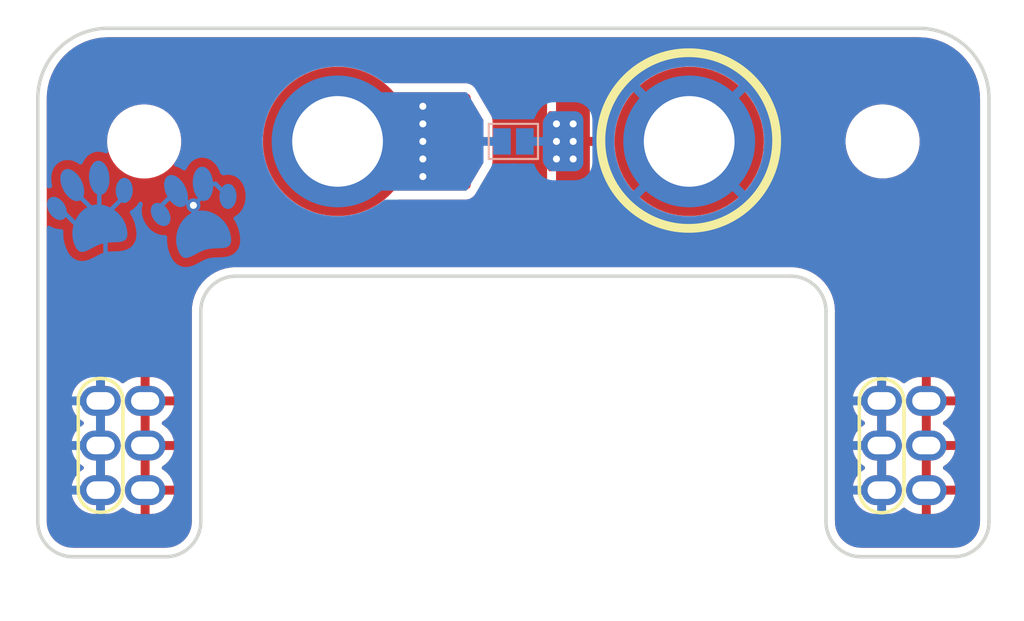
<source format=kicad_pcb>
(kicad_pcb (version 20211014) (generator pcbnew)
  (title_block (comment 4 "AISLER Project ID: ZMTQOZLB"))
  (layers (0 "F.Cu" signal) (31 "B.Cu" signal) (34 "B.Paste" user) (35 "F.Paste" user) (36 "B.SilkS" user "B.Silkscreen") (37 "F.SilkS" user "F.Silkscreen") (38 "B.Mask" user) (39 "F.Mask" user) (44 "Edge.Cuts" user))
  (net 0 "")
  (net 1 "VCC")
  (net 2 "GND")
  (net 3 "Net-(F1-Pad2)")
  (footprint "LOGO" (layer "F.Cu") (at 180.9 108.3)
    (fp_text reference "G***" hide)
    (fp_text value "LOGO" hide)
  )
  (footprint "LOGO" (layer "F.Cu") (at 174.4 102.8)
    (fp_text reference "G***" hide)
    (fp_text value "LOGO" hide)
  )
  (footprint "MountingHole:MountingHole_3.2mm_M3_DIN965" (layer "F.Cu") (at 137.2 100.8)
    (fp_text reference "H4" hide)
    (fp_text value "M3")
    (pad "" np_thru_hole circle locked (at 0 0) (size 3.2 3.2) (drill 3.2) (layers *.Cu *.Mask))
  )
  (footprint "SamacSys_Parts:MountingHole_5.3mm_M5_DIN965_Pad_TopBottom" (layer "F.Cu") (at 168.2 100.8)
    (fp_text reference "H2" hide)
    (fp_text value locked "575-4")
    (pad "1" connect circle locked (at 0 0) (size 8.5 8.5) (layers "F.Cu" "F.Mask") (net 2 "GND"))
    (pad "1" thru_hole circle locked (at 0 0) (size 5.7 5.7) (drill 5.16) (layers *.Cu *.Mask) (net 2 "GND"))
    (pad "1" connect circle locked (at 0 0) (size 7.5 7.5) (layers "B.Cu" "B.Mask") (net 2 "GND"))
  )
  (footprint "SamacSys_Parts:C_0603_1608Metric" (layer "F.Cu") (at 136.005 112.82)
    (fp_text reference "C2" hide)
    (fp_text value "100n")
    (pad "1" smd roundrect (at -0.775 0) (size 0.9 0.95) (layers "F.Cu" "F.Paste" "F.Mask") (net 2 "GND"))
    (pad "2" smd roundrect (at 0.775 0) (size 0.9 0.95) (layers "F.Cu" "F.Paste" "F.Mask") (net 1 "VCC"))
  )
  (footprint "SamacSys_Parts:MountingHole_5.3mm_M5_DIN965_Pad_TopBottom" (layer "F.Cu") (at 148.2 100.8)
    (fp_text reference "H1" hide)
    (fp_text value locked "575-4")
    (pad "1" thru_hole circle locked (at 0 0) (size 5.7 5.7) (drill 5.16) (layers *.Cu *.Mask) (net 3 "Net-(F1-Pad2)"))
    (pad "1" connect circle locked (at 0 0) (size 7.5 7.5) (layers "B.Cu" "B.Mask") (net 3 "Net-(F1-Pad2)"))
    (pad "1" connect circle locked (at 0 0) (size 8.5 8.5) (layers "F.Cu" "F.Mask") (net 3 "Net-(F1-Pad2)"))
  )
  (footprint "SamacSys_Parts:C_0603_1608Metric" (layer "F.Cu") (at 136.005 111.32)
    (fp_text reference "C4" hide)
    (fp_text value "1.5n")
    (pad "1" smd roundrect (at -0.775 0) (size 0.9 0.95) (layers "F.Cu" "F.Paste" "F.Mask") (net 2 "GND"))
    (pad "2" smd roundrect (at 0.775 0) (size 0.9 0.95) (layers "F.Cu" "F.Paste" "F.Mask") (net 1 "VCC"))
  )
  (footprint "MountingHole:MountingHole_3.2mm_M3_DIN965" (layer "F.Cu") (at 179.2 100.8)
    (fp_text reference "H3" hide)
    (fp_text value "M3")
    (pad "" np_thru_hole circle locked (at 0 0) (size 3.2 3.2) (drill 3.2) (layers *.Cu *.Mask))
  )
  (footprint "Fuse:Fuse_2920_7451Metric" (layer "F.Cu") (at 158.2 100.8 180)
    (fp_text reference "F1" hide)
    (fp_text value "1.1A Polyfuse")
    (pad "1" smd roundrect locked (at -3.3875 0 180) (size 1.925 5.45) (layers "F.Cu" "F.Paste" "F.Mask") (roundrect_rratio 0.1298701299) (net 1 "VCC"))
    (pad "2" smd roundrect locked (at 3.3875 0 180) (size 1.925 5.45) (layers "F.Cu" "F.Paste" "F.Mask") (roundrect_rratio 0.1298701299) (net 3 "Net-(F1-Pad2)"))
  )
  (footprint "SamacSys_Parts:C_0603_1608Metric" (layer "F.Cu") (at 180.435 112.82 180)
    (fp_text reference "C1" hide)
    (fp_text value "100n")
    (pad "1" smd roundrect (at -0.775 0 180) (size 0.9 0.95) (layers "F.Cu" "F.Paste" "F.Mask") (net 1 "VCC"))
    (pad "2" smd roundrect (at 0.775 0 180) (size 0.9 0.95) (layers "F.Cu" "F.Paste" "F.Mask") (net 2 "GND"))
  )
  (footprint "SamacSys_Parts:C_0603_1608Metric" (layer "F.Cu") (at 180.435 111.32)
    (fp_text reference "C3" hide)
    (fp_text value "1.5n")
    (pad "1" smd roundrect (at -0.775 0) (size 0.9 0.95) (layers "F.Cu" "F.Paste" "F.Mask") (net 2 "GND"))
    (pad "2" smd roundrect (at 0.775 0) (size 0.9 0.95) (layers "F.Cu" "F.Paste" "F.Mask") (net 1 "VCC"))
  )
  (footprint "Connector_PinHeader_2.54mm:PinHeader_2x03_P2.54mm_Vertical" (layer "B.Cu") (at 181.685 115.57 180)
    (fp_text reference "J1" hide)
    (fp_text value "2.54 mm")
    (pad "1" thru_hole oval (at 0 0 180) (size 2.3 1.7) (drill oval 1.6 1) (layers *.Cu *.Mask) (net 1 "VCC"))
    (pad "2" thru_hole oval (at 2.54 0 180) (size 2.3 1.7) (drill oval 1.6 1) (layers *.Cu *.Mask) (net 2 "GND"))
    (pad "3" thru_hole oval (at 0 -2.54 180) (size 2.3 1.7) (drill oval 1.6 1) (layers *.Cu *.Mask) (net 1 "VCC"))
    (pad "4" thru_hole oval (at 2.54 -2.54 180) (size 2.3 1.7) (drill oval 1.6 1) (layers *.Cu *.Mask) (net 2 "GND"))
    (pad "5" thru_hole oval (at 0 -5.08 180) (size 2.3 1.7) (drill oval 1.6 1) (layers *.Cu *.Mask) (net 1 "VCC"))
    (pad "6" thru_hole oval (at 2.54 -5.08 180) (size 2.3 1.7) (drill oval 1.6 1) (layers *.Cu *.Mask) (net 2 "GND"))
  )
  (footprint "LOGO" (layer "B.Cu") (at 180.631726 95.975537 180)
    (fp_text reference "G***" hide)
    (fp_text value "LOGO" hide)
  )
  (footprint "KiCAD Library:pawpad_holeless" (layer "B.Cu") (at 140.1016 104.541347 -165)
    (fp_text reference "REF**" hide)
    (fp_text value "pawpad_holeless" hide)
    (pad "1" smd custom (at -1.962 0.1074 195) (size 0.1 0.1) (layers "B.Cu" "B.Mask") (net 1 "VCC") (options (clearance outline) (anchor circle)) (primitives (gr_poly (pts (xy -0.07829 0.6503) (xy -0.05599 0.6475) (xy -0.03367 0.6431) (xy -0.01138 0.6372) (xy 0.01085 0.6298) (xy 0.03297 0.621) (xy 0.05495 0.6107) (xy 0.07674 0.5991) (xy 0.09832 0.586) (xy 0.1196 0.5717) (xy 0.1407 0.556) (xy 0.1614 0.5391) (xy 0.1817 0.5209) (xy 0.2016 0.5016) (xy 0.2211 0.481) (xy 0.2401 0.4594) (xy 0.2586 0.4366) (xy 0.2765 0.4127) (xy 0.2938 0.3879) (xy 0.3105 0.362) (xy 0.3265 0.3351) (xy 0.3418 0.3073) (xy 0.3563 0.2786) (xy 0.3701 0.249) (xy 0.383 0.2186) (xy 0.3951 0.1873) (xy 0.4062 0.1553) (xy 0.4165 0.1225) (xy 0.4336 0.05648) (xy 0.446 -0.008886) (xy 0.4537 -0.0732) (xy 0.457 -0.1361) (xy 0.456 -0.1972) (xy 0.4506 -0.256) (xy 0.4411 -0.3123) (xy 0.4276 -0.3657) (xy 0.4102 -0.4157) (xy 0.389 -0.4619) (xy 0.3641 -0.5041) (xy 0.3503 -0.5235) (xy 0.3357 -0.5418) (xy 0.3201 -0.5588) (xy 0.3037 -0.5745) (xy 0.2865 -0.589) (xy 0.2685 -0.602) (xy 0.2496 -0.6137) (xy 0.23 -0.6239) (xy 0.2096 -0.6326) (xy 0.1884 -0.6398) (xy 0.1667 -0.6452) (xy 0.1448 -0.649) (xy 0.1228 -0.6511) (xy 0.1006 -0.6515) (xy 0.07832 -0.6503) (xy 0.05601 -0.6475) (xy 0.03369 -0.6431) (xy 0.0114 -0.6372) (xy -0.01082 -0.6298) (xy -0.03294 -0.621) (xy -0.05492 -0.6107) (xy -0.07672 -0.5991) (xy -0.0983 -0.586) (xy -0.1196 -0.5717) (xy -0.1407 -0.556) (xy -0.1613 -0.5391) (xy -0.1817 -0.5209) (xy -0.2016 -0.5016) (xy -0.2211 -0.481) (xy -0.2401 -0.4594) (xy -0.2585 -0.4366) (xy -0.2764 -0.4127) (xy -0.2938 -0.3879) (xy -0.3104 -0.362) (xy -0.3264 -0.3351) (xy -0.3417 -0.3073) (xy -0.3563 -0.2786) (xy -0.37 -0.249) (xy -0.383 -0.2186) (xy -0.395 -0.1873) (xy -0.4062 -0.1553) (xy -0.4164 -0.1225) (xy -0.4335 -0.05648) (xy -0.4459 0.008885) (xy -0.4537 0.0732) (xy -0.457 0.1361) (xy -0.456 0.1972) (xy -0.4507 0.256) (xy -0.4412 0.3123) (xy -0.4277 0.3657) (xy -0.4103 0.4157) (xy -0.3891 0.4619) (xy -0.3642 0.5041) (xy -0.3504 0.5235) (xy -0.3357 0.5418) (xy -0.3202 0.5588) (xy -0.3038 0.5745) (xy -0.2866 0.589) (xy -0.2685 0.602) (xy -0.2497 0.6137) (xy -0.23 0.6239) (xy -0.2096 0.6326) (xy -0.1884 0.6398) (xy -0.1667 0.6452) (xy -0.1448 0.649) (xy -0.1227 0.6511) (xy -0.1006 0.6515)) (width 0.1) (fill yes))))
    (pad "2" smd custom (at -0.7718 1.166 195) (size 0.1 0.1) (layers "B.Cu" "B.Mask") (net 1 "VCC") (options (clearance outline) (anchor circle)) (primitives (gr_poly (pts (xy -0.09405 0.9141) (xy -0.06691 0.911) (xy -0.03981 0.9057) (xy -0.01278 0.8982) (xy 0.01412 0.8886) (xy 0.04086 0.8768) (xy 0.0674 0.8631) (xy 0.09368 0.8473) (xy 0.1197 0.8296) (xy 0.1453 0.81) (xy 0.1706 0.7885) (xy 0.1954 0.7653) (xy 0.2198 0.7404) (xy 0.2436 0.7137) (xy 0.2669 0.6855) (xy 0.2896 0.6556) (xy 0.3116 0.6242) (xy 0.333 0.5913) (xy 0.3536 0.557) (xy 0.3735 0.5214) (xy 0.3925 0.4844) (xy 0.4106 0.4461) (xy 0.4279 0.4066) (xy 0.4442 0.3659) (xy 0.4595 0.3241) (xy 0.4738 0.2812) (xy 0.4869 0.2373) (xy 0.499 0.1924) (xy 0.5099 0.1467) (xy 0.5196 0.09999) (xy 0.5348 0.006507) (xy 0.5443 -0.08529) (xy 0.5483 -0.1749) (xy 0.547 -0.2618) (xy 0.5404 -0.3455) (xy 0.5288 -0.4255) (xy 0.5124 -0.5012) (xy 0.4913 -0.5723) (xy 0.4657 -0.6381) (xy 0.4358 -0.6981) (xy 0.4017 -0.7519) (xy 0.3636 -0.799) (xy 0.3432 -0.8198) (xy 0.3218 -0.8387) (xy 0.2995 -0.8557) (xy 0.2763 -0.8707) (xy 0.2522 -0.8837) (xy 0.2273 -0.8945) (xy 0.2016 -0.9031) (xy 0.1751 -0.9094) (xy 0.1481 -0.9133) (xy 0.1211 -0.9149) (xy 0.09397 -0.9141) (xy 0.06686 -0.911) (xy 0.03977 -0.9057) (xy 0.01276 -0.8982) (xy -0.01413 -0.8885) (xy -0.04085 -0.8768) (xy -0.06737 -0.863) (xy -0.09364 -0.8472) (xy -0.1196 -0.8295) (xy -0.1452 -0.8099) (xy -0.1705 -0.7885) (xy -0.1953 -0.7653) (xy -0.2197 -0.7403) (xy -0.2435 -0.7137) (xy -0.2668 -0.6854) (xy -0.2895 -0.6556) (xy -0.3115 -0.6242) (xy -0.3329 -0.5913) (xy -0.3535 -0.557) (xy -0.3733 -0.5214) (xy -0.3924 -0.4844) (xy -0.4105 -0.4461) (xy -0.4278 -0.4066) (xy -0.4441 -0.3659) (xy -0.4594 -0.3241) (xy -0.4736 -0.2812) (xy -0.4868 -0.2374) (xy -0.4989 -0.1925) (xy -0.5098 -0.1467) (xy -0.5194 -0.1) (xy -0.5347 -0.006548) (xy -0.5443 0.08525) (xy -0.5483 0.1749) (xy -0.547 0.2618) (xy -0.5405 0.3455) (xy -0.5289 0.4254) (xy -0.5125 0.5012) (xy -0.4914 0.5722) (xy -0.4658 0.638) (xy -0.4359 0.6981) (xy -0.4018 0.7519) (xy -0.3638 0.7989) (xy -0.3433 0.8198) (xy -0.3219 0.8387) (xy -0.2996 0.8557) (xy -0.2764 0.8707) (xy -0.2524 0.8836) (xy -0.2275 0.8944) (xy -0.2017 0.903) (xy -0.1752 0.9094) (xy -0.1482 0.9133) (xy -0.1212 0.9149)) (width 0.1) (fill yes))))
    (pad "3" smd custom (at 0.8158 1.166 195) (size 0.1 0.1) (layers "B.Cu" "B.Mask") (net 1 "VCC") (options (clearance outline) (anchor circle)) (primitives (gr_poly (pts (xy 0.1584 0.9117) (xy 0.1854 0.9074) (xy 0.2118 0.9008) (xy 0.2374 0.8919) (xy 0.2622 0.8808) (xy 0.2861 0.8676) (xy 0.3091 0.8523) (xy 0.3312 0.835) (xy 0.3523 0.8158) (xy 0.3725 0.7948) (xy 0.3918 0.7719) (xy 0.41 0.7473) (xy 0.4273 0.721) (xy 0.4435 0.6931) (xy 0.4586 0.6636) (xy 0.4727 0.6327) (xy 0.4857 0.6003) (xy 0.4976 0.5666) (xy 0.5083 0.5316) (xy 0.5179 0.4954) (xy 0.5262 0.4579) (xy 0.5334 0.4194) (xy 0.5394 0.3799) (xy 0.5441 0.3393) (xy 0.5476 0.2979) (xy 0.5498 0.2555) (xy 0.5506 0.2124) (xy 0.5502 0.1686) (xy 0.5484 0.1241) (xy 0.5452 0.07906) (xy 0.5407 0.03345) (xy 0.5347 -0.01263) (xy 0.5273 -0.05912) (xy 0.5185 -0.1059) (xy 0.4968 -0.1982) (xy 0.4706 -0.2867) (xy 0.44 -0.371) (xy 0.4056 -0.4508) (xy 0.3675 -0.5257) (xy 0.3263 -0.5952) (xy 0.2822 -0.6589) (xy 0.2355 -0.7165) (xy 0.1868 -0.7675) (xy 0.1362 -0.8116) (xy 0.1103 -0.8309) (xy 0.08414 -0.8483) (xy 0.0577 -0.8638) (xy 0.03102 -0.8773) (xy 0.004162 -0.8887) (xy -0.02284 -0.8981) (xy -0.04994 -0.9053) (xy -0.07709 -0.9103) (xy -0.1042 -0.913) (xy -0.1314 -0.9135) (xy -0.1584 -0.9116) (xy -0.1853 -0.9074) (xy -0.2118 -0.9007) (xy -0.2374 -0.8919) (xy -0.2621 -0.8808) (xy -0.286 -0.8676) (xy -0.309 -0.8523) (xy -0.3311 -0.8351) (xy -0.3523 -0.8159) (xy -0.3725 -0.7948) (xy -0.3918 -0.772) (xy -0.4101 -0.7474) (xy -0.4273 -0.7211) (xy -0.4435 -0.6932) (xy -0.4587 -0.6637) (xy -0.4728 -0.6328) (xy -0.4858 -0.6004) (xy -0.4976 -0.5667) (xy -0.5084 -0.5317) (xy -0.5179 -0.4954) (xy -0.5263 -0.458) (xy -0.5335 -0.4194) (xy -0.5395 -0.3799) (xy -0.5442 -0.3393) (xy -0.5477 -0.2979) (xy -0.5498 -0.2555) (xy -0.5507 -0.2124) (xy -0.5502 -0.1686) (xy -0.5484 -0.1241) (xy -0.5453 -0.07904) (xy -0.5407 -0.03342) (xy -0.5347 0.01267) (xy -0.5273 0.05915) (xy -0.5184 0.106) (xy -0.4968 0.1982) (xy -0.4705 0.2867) (xy -0.44 0.371) (xy -0.4055 0.4508) (xy -0.3675 0.5257) (xy -0.3262 0.5952) (xy -0.2821 0.6589) (xy -0.2355 0.7165) (xy -0.1867 0.7676) (xy -0.1361 0.8117) (xy -0.1103 0.831) (xy -0.0841 0.8484) (xy -0.05766 0.8638) (xy -0.03098 0.8773) (xy -0.004121 0.8888) (xy 0.02288 0.8981) (xy 0.04998 0.9053) (xy 0.07713 0.9103) (xy 0.1043 0.9131) (xy 0.1314 0.9135)) (width 0.1) (fill yes))))
    (pad "4" smd custom (at 2.006 0.1076 195) (size 0.1 0.1) (layers "B.Cu" "B.Mask") (net 1 "VCC") (options (clearance outline) (anchor circle)) (primitives (gr_poly (pts (xy 0.1294 0.6501) (xy 0.1515 0.6478) (xy 0.1734 0.6438) (xy 0.1951 0.638) (xy 0.2163 0.6307) (xy 0.2367 0.6217) (xy 0.2563 0.6113) (xy 0.2751 0.5994) (xy 0.2931 0.5861) (xy 0.3102 0.5715) (xy 0.3265 0.5555) (xy 0.3419 0.5383) (xy 0.3564 0.5199) (xy 0.3701 0.5003) (xy 0.3828 0.4796) (xy 0.3947 0.4578) (xy 0.4055 0.4351) (xy 0.4155 0.4113) (xy 0.4245 0.3866) (xy 0.4325 0.3611) (xy 0.4395 0.3347) (xy 0.4455 0.3076) (xy 0.4505 0.2797) (xy 0.4545 0.2511) (xy 0.4574 0.2219) (xy 0.4593 0.1921) (xy 0.4601 0.1618) (xy 0.4598 0.131) (xy 0.4584 0.09973) (xy 0.4559 0.06808) (xy 0.4522 0.03608) (xy 0.4474 0.003791) (xy 0.4415 -0.02875) (xy 0.4344 -0.0615) (xy 0.4261 -0.09439) (xy 0.4166 -0.1274) (xy 0.3945 -0.192) (xy 0.3688 -0.2534) (xy 0.3399 -0.3114) (xy 0.308 -0.3658) (xy 0.2734 -0.4162) (xy 0.2364 -0.4624) (xy 0.1974 -0.5042) (xy 0.1567 -0.5413) (xy 0.1358 -0.558) (xy 0.1145 -0.5734) (xy 0.09298 -0.5875) (xy 0.0712 -0.6003) (xy 0.04922 -0.6117) (xy 0.02708 -0.6218) (xy 0.004801 -0.6304) (xy -0.01756 -0.6375) (xy -0.03998 -0.6431) (xy -0.06241 -0.6473) (xy -0.08481 -0.6498) (xy -0.1072 -0.6508) (xy -0.1294 -0.6501) (xy -0.1515 -0.6478) (xy -0.1734 -0.6438) (xy -0.1951 -0.638) (xy -0.2163 -0.6307) (xy -0.2367 -0.6217) (xy -0.2563 -0.6113) (xy -0.2751 -0.5994) (xy -0.2931 -0.5861) (xy -0.3103 -0.5715) (xy -0.3265 -0.5555) (xy -0.342 -0.5383) (xy -0.3565 -0.5199) (xy -0.3702 -0.5003) (xy -0.3829 -0.4796) (xy -0.3947 -0.4578) (xy -0.4056 -0.4351) (xy -0.4156 -0.4113) (xy -0.4245 -0.3866) (xy -0.4325 -0.3611) (xy -0.4396 -0.3347) (xy -0.4456 -0.3076) (xy -0.4506 -0.2797) (xy -0.4545 -0.2511) (xy -0.4574 -0.2219) (xy -0.4593 -0.1921) (xy -0.4601 -0.1618) (xy -0.4598 -0.131) (xy -0.4584 -0.09973) (xy -0.4558 -0.06808) (xy -0.4522 -0.03608) (xy -0.4474 -0.003791) (xy -0.4415 0.02875) (xy -0.4344 0.0615) (xy -0.4261 0.09439) (xy -0.4166 0.1274) (xy -0.3945 0.192) (xy -0.3688 0.2534) (xy -0.3399 0.3114) (xy -0.3079 0.3658) (xy -0.2733 0.4162) (xy -0.2364 0.4624) (xy -0.1974 0.5042) (xy -0.1566 0.5413) (xy -0.1357 0.558) (xy -0.1145 0.5734) (xy -0.09294 0.5875) (xy -0.07116 0.6003) (xy -0.04919 0.6118) (xy -0.02704 0.6218) (xy -0.004764 0.6304) (xy 0.0176 0.6375) (xy 0.04002 0.6431) (xy 0.06245 0.6473) (xy 0.08485 0.6498) (xy 0.1072 0.6508)) (width 0.1) (fill yes))))
    (pad "5" smd custom (at 0.03282 -1.584 195) (size 0.1 0.1) (layers "B.Cu" "B.Mask") (net 1 "VCC") (options (clearance outline) (anchor circle)) (primitives (gr_poly (pts (xy 0.06675 1.292) (xy 0.1434 1.284) (xy 0.219 1.273) (xy 0.2933 1.256) (xy 0.3663 1.236) (xy 0.438 1.211) (xy 0.5081 1.183) (xy 0.5767 1.15) (xy 0.6436 1.114) (xy 0.7086 1.075) (xy 0.7719 1.032) (xy 0.8331 0.9865) (xy 0.8923 0.9378) (xy 0.9493 0.8864) (xy 1.004 0.8323) (xy 1.057 0.7758) (xy 1.107 0.717) (xy 1.154 0.6561) (xy 1.199 0.5933) (xy 1.241 0.5287) (xy 1.28 0.4625) (xy 1.317 0.3949) (xy 1.35 0.3261) (xy 1.38 0.2561) (xy 1.407 0.1852) (xy 1.431 0.1135) (xy 1.451 0.04123) (xy 1.468 -0.03147) (xy 1.481 -0.1044) (xy 1.491 -0.1775) (xy 1.497 -0.2505) (xy 1.499 -0.3232) (xy 1.497 -0.4291) (xy 1.491 -0.5248) (xy 1.481 -0.6106) (xy 1.468 -0.687) (xy 1.451 -0.7544) (xy 1.431 -0.8135) (xy 1.407 -0.8645) (xy 1.38 -0.9079) (xy 1.35 -0.9442) (xy 1.317 -0.9739) (xy 1.28 -0.9974) (xy 1.241 -1.015) (xy 1.199 -1.028) (xy 1.154 -1.035) (xy 1.107 -1.038) (xy 1.057 -1.038) (xy 1.004 -1.033) (xy 0.9495 -1.026) (xy 0.8332 -1.005) (xy 0.5768 -0.945) (xy 0.4381 -0.9143) (xy 0.2934 -0.8879) (xy 0.219 -0.8775) (xy 0.1435 -0.8694) (xy 0.06677 -0.8643) (xy -0.01093 -0.8625) (xy -0.08862 -0.8643) (xy -0.1653 -0.8694) (xy -0.3152 -0.888) (xy -0.4598 -0.9144) (xy -0.5985 -0.945) (xy -0.855 -1.005) (xy -0.9712 -1.026) (xy -1.078 -1.038) (xy -1.128 -1.038) (xy -1.176 -1.035) (xy -1.221 -1.028) (xy -1.263 -1.015) (xy -1.302 -0.9975) (xy -1.338 -0.974) (xy -1.372 -0.9443) (xy -1.402 -0.908) (xy -1.429 -0.8646) (xy -1.453 -0.8136) (xy -1.473 -0.7545) (xy -1.49 -0.687) (xy -1.503 -0.6106) (xy -1.513 -0.5248) (xy -1.519 -0.4292) (xy -1.521 -0.3232) (xy -1.519 -0.2505) (xy -1.513 -0.1775) (xy -1.503 -0.1044) (xy -1.49 -0.03147) (xy -1.473 0.04123) (xy -1.453 0.1135) (xy -1.429 0.1852) (xy -1.402 0.2561) (xy -1.372 0.3261) (xy -1.338 0.3949) (xy -1.302 0.4625) (xy -1.263 0.5287) (xy -1.221 0.5933) (xy -1.176 0.6561) (xy -1.128 0.717) (xy -1.078 0.7758) (xy -1.026 0.8323) (xy -0.9712 0.8864) (xy -0.9142 0.9378) (xy -0.855 0.9865) (xy -0.7937 1.032) (xy -0.7305 1.075) (xy -0.6654 1.114) (xy -0.5985 1.15) (xy -0.53 1.183) (xy -0.4598 1.211) (xy -0.3882 1.236) (xy -0.3152 1.256) (xy -0.2408 1.273) (xy -0.1653 1.284) (xy -0.08862 1.292) (xy -0.01093 1.294)) (width 0.1) (fill yes))))
  )
  (footprint "LOGO" (layer "B.Cu") (at 141.6 100 180)
    (fp_text reference "G***" hide)
    (fp_text value "LOGO" hide)
  )
  (footprint "LOGO" (layer "B.Cu") (at 135.9 110.5 180)
    (fp_text reference "G***" hide)
    (fp_text value "LOGO" hide)
  )
  (footprint "LOGO" (layer "B.Cu") (at 155.6 105.9 180)
    (fp_text reference "G***" hide)
    (fp_text value "LOGO" hide)
    (fp_poly (pts (xy -1.424079 -1.729761) (xy -1.426409 -1.733312) (xy -1.434333 -1.733864) (xy -1.44267 -1.731956) (xy -1.439054 -1.729144) (xy -1.426843 -1.728213)) (layer "B.SilkS") (width 0) (fill solid))
    (fp_poly (pts (xy -0.609413 -1.996216) (xy -0.613319 -2.000123) (xy -0.617226 -1.996216) (xy -0.613319 -1.99231)) (layer "B.SilkS") (width 0) (fill solid))
    (fp_poly (pts (xy -0.867241 0.183606) (xy -0.871148 0.179699) (xy -0.875054 0.183606) (xy -0.871148 0.187512)) (layer "B.SilkS") (width 0) (fill solid))
  )
  (footprint "Connector_PinHeader_2.54mm:PinHeader_2x03_P2.54mm_Vertical" (layer "B.Cu") (at 137.255 115.57 180)
    (fp_text reference "J2" hide)
    (fp_text value "2.54 mm")
    (pad "1" thru_hole oval (at 0 0 180) (size 2.3 1.7) (drill oval 1.6 1) (layers *.Cu *.Mask) (net 1 "VCC"))
    (pad "2" thru_hole oval (at 2.54 0 180) (size 2.3 1.7) (drill oval 1.6 1) (layers *.Cu *.Mask) (net 2 "GND"))
    (pad "3" thru_hole oval (at 0 -2.54 180) (size 2.3 1.7) (drill oval 1.6 1) (layers *.Cu *.Mask) (net 1 "VCC"))
    (pad "4" thru_hole oval (at 2.54 -2.54 180) (size 2.3 1.7) (drill oval 1.6 1) (layers *.Cu *.Mask) (net 2 "GND"))
    (pad "5" thru_hole oval (at 0 -5.08 180) (size 2.3 1.7) (drill oval 1.6 1) (layers *.Cu *.Mask) (net 1 "VCC"))
    (pad "6" thru_hole oval (at 2.54 -5.08 180) (size 2.3 1.7) (drill oval 1.6 1) (layers *.Cu *.Mask) (net 2 "GND"))
  )
  (footprint "LOGO" (layer "B.Cu") (at 158.4 97.2 180)
    (fp_text reference "G***" hide)
    (fp_text value "LOGO" hide)
  )
  (footprint "KiCAD Library:pawpad_holeless" (layer "B.Cu") (at 134.2 104.2 -165)
    (fp_text reference "REF**" hide)
    (fp_text value "pawpad_holeless" hide)
    (pad "1" smd custom (at -1.962 0.1074 195) (size 0.1 0.1) (layers "B.Cu" "B.Mask") (net 2 "GND") (options (clearance outline) (anchor circle)) (primitives (gr_poly (pts (xy -0.07829 0.6503) (xy -0.05599 0.6475) (xy -0.03367 0.6431) (xy -0.01138 0.6372) (xy 0.01085 0.6298) (xy 0.03297 0.621) (xy 0.05495 0.6107) (xy 0.07674 0.5991) (xy 0.09832 0.586) (xy 0.1196 0.5717) (xy 0.1407 0.556) (xy 0.1614 0.5391) (xy 0.1817 0.5209) (xy 0.2016 0.5016) (xy 0.2211 0.481) (xy 0.2401 0.4594) (xy 0.2586 0.4366) (xy 0.2765 0.4127) (xy 0.2938 0.3879) (xy 0.3105 0.362) (xy 0.3265 0.3351) (xy 0.3418 0.3073) (xy 0.3563 0.2786) (xy 0.3701 0.249) (xy 0.383 0.2186) (xy 0.3951 0.1873) (xy 0.4062 0.1553) (xy 0.4165 0.1225) (xy 0.4336 0.05648) (xy 0.446 -0.008886) (xy 0.4537 -0.0732) (xy 0.457 -0.1361) (xy 0.456 -0.1972) (xy 0.4506 -0.256) (xy 0.4411 -0.3123) (xy 0.4276 -0.3657) (xy 0.4102 -0.4157) (xy 0.389 -0.4619) (xy 0.3641 -0.5041) (xy 0.3503 -0.5235) (xy 0.3357 -0.5418) (xy 0.3201 -0.5588) (xy 0.3037 -0.5745) (xy 0.2865 -0.589) (xy 0.2685 -0.602) (xy 0.2496 -0.6137) (xy 0.23 -0.6239) (xy 0.2096 -0.6326) (xy 0.1884 -0.6398) (xy 0.1667 -0.6452) (xy 0.1448 -0.649) (xy 0.1228 -0.6511) (xy 0.1006 -0.6515) (xy 0.07832 -0.6503) (xy 0.05601 -0.6475) (xy 0.03369 -0.6431) (xy 0.0114 -0.6372) (xy -0.01082 -0.6298) (xy -0.03294 -0.621) (xy -0.05492 -0.6107) (xy -0.07672 -0.5991) (xy -0.0983 -0.586) (xy -0.1196 -0.5717) (xy -0.1407 -0.556) (xy -0.1613 -0.5391) (xy -0.1817 -0.5209) (xy -0.2016 -0.5016) (xy -0.2211 -0.481) (xy -0.2401 -0.4594) (xy -0.2585 -0.4366) (xy -0.2764 -0.4127) (xy -0.2938 -0.3879) (xy -0.3104 -0.362) (xy -0.3264 -0.3351) (xy -0.3417 -0.3073) (xy -0.3563 -0.2786) (xy -0.37 -0.249) (xy -0.383 -0.2186) (xy -0.395 -0.1873) (xy -0.4062 -0.1553) (xy -0.4164 -0.1225) (xy -0.4335 -0.05648) (xy -0.4459 0.008885) (xy -0.4537 0.0732) (xy -0.457 0.1361) (xy -0.456 0.1972) (xy -0.4507 0.256) (xy -0.4412 0.3123) (xy -0.4277 0.3657) (xy -0.4103 0.4157) (xy -0.3891 0.4619) (xy -0.3642 0.5041) (xy -0.3504 0.5235) (xy -0.3357 0.5418) (xy -0.3202 0.5588) (xy -0.3038 0.5745) (xy -0.2866 0.589) (xy -0.2685 0.602) (xy -0.2497 0.6137) (xy -0.23 0.6239) (xy -0.2096 0.6326) (xy -0.1884 0.6398) (xy -0.1667 0.6452) (xy -0.1448 0.649) (xy -0.1227 0.6511) (xy -0.1006 0.6515)) (width 0.1) (fill yes))))
    (pad "2" smd custom (at -0.7718 1.166 195) (size 0.1 0.1) (layers "B.Cu" "B.Mask") (net 2 "GND") (options (clearance outline) (anchor circle)) (primitives (gr_poly (pts (xy -0.09405 0.9141) (xy -0.06691 0.911) (xy -0.03981 0.9057) (xy -0.01278 0.8982) (xy 0.01412 0.8886) (xy 0.04086 0.8768) (xy 0.0674 0.8631) (xy 0.09368 0.8473) (xy 0.1197 0.8296) (xy 0.1453 0.81) (xy 0.1706 0.7885) (xy 0.1954 0.7653) (xy 0.2198 0.7404) (xy 0.2436 0.7137) (xy 0.2669 0.6855) (xy 0.2896 0.6556) (xy 0.3116 0.6242) (xy 0.333 0.5913) (xy 0.3536 0.557) (xy 0.3735 0.5214) (xy 0.3925 0.4844) (xy 0.4106 0.4461) (xy 0.4279 0.4066) (xy 0.4442 0.3659) (xy 0.4595 0.3241) (xy 0.4738 0.2812) (xy 0.4869 0.2373) (xy 0.499 0.1924) (xy 0.5099 0.1467) (xy 0.5196 0.09999) (xy 0.5348 0.006507) (xy 0.5443 -0.08529) (xy 0.5483 -0.1749) (xy 0.547 -0.2618) (xy 0.5404 -0.3455) (xy 0.5288 -0.4255) (xy 0.5124 -0.5012) (xy 0.4913 -0.5723) (xy 0.4657 -0.6381) (xy 0.4358 -0.6981) (xy 0.4017 -0.7519) (xy 0.3636 -0.799) (xy 0.3432 -0.8198) (xy 0.3218 -0.8387) (xy 0.2995 -0.8557) (xy 0.2763 -0.8707) (xy 0.2522 -0.8837) (xy 0.2273 -0.8945) (xy 0.2016 -0.9031) (xy 0.1751 -0.9094) (xy 0.1481 -0.9133) (xy 0.1211 -0.9149) (xy 0.09397 -0.9141) (xy 0.06686 -0.911) (xy 0.03977 -0.9057) (xy 0.01276 -0.8982) (xy -0.01413 -0.8885) (xy -0.04085 -0.8768) (xy -0.06737 -0.863) (xy -0.09364 -0.8472) (xy -0.1196 -0.8295) (xy -0.1452 -0.8099) (xy -0.1705 -0.7885) (xy -0.1953 -0.7653) (xy -0.2197 -0.7403) (xy -0.2435 -0.7137) (xy -0.2668 -0.6854) (xy -0.2895 -0.6556) (xy -0.3115 -0.6242) (xy -0.3329 -0.5913) (xy -0.3535 -0.557) (xy -0.3733 -0.5214) (xy -0.3924 -0.4844) (xy -0.4105 -0.4461) (xy -0.4278 -0.4066) (xy -0.4441 -0.3659) (xy -0.4594 -0.3241) (xy -0.4736 -0.2812) (xy -0.4868 -0.2374) (xy -0.4989 -0.1925) (xy -0.5098 -0.1467) (xy -0.5194 -0.1) (xy -0.5347 -0.006548) (xy -0.5443 0.08525) (xy -0.5483 0.1749) (xy -0.547 0.2618) (xy -0.5405 0.3455) (xy -0.5289 0.4254) (xy -0.5125 0.5012) (xy -0.4914 0.5722) (xy -0.4658 0.638) (xy -0.4359 0.6981) (xy -0.4018 0.7519) (xy -0.3638 0.7989) (xy -0.3433 0.8198) (xy -0.3219 0.8387) (xy -0.2996 0.8557) (xy -0.2764 0.8707) (xy -0.2524 0.8836) (xy -0.2275 0.8944) (xy -0.2017 0.903) (xy -0.1752 0.9094) (xy -0.1482 0.9133) (xy -0.1212 0.9149)) (width 0.1) (fill yes))))
    (pad "3" smd custom (at 0.8158 1.166 195) (size 0.1 0.1) (layers "B.Cu" "B.Mask") (net 2 "GND") (options (clearance outline) (anchor circle)) (primitives (gr_poly (pts (xy 0.1584 0.9117) (xy 0.1854 0.9074) (xy 0.2118 0.9008) (xy 0.2374 0.8919) (xy 0.2622 0.8808) (xy 0.2861 0.8676) (xy 0.3091 0.8523) (xy 0.3312 0.835) (xy 0.3523 0.8158) (xy 0.3725 0.7948) (xy 0.3918 0.7719) (xy 0.41 0.7473) (xy 0.4273 0.721) (xy 0.4435 0.6931) (xy 0.4586 0.6636) (xy 0.4727 0.6327) (xy 0.4857 0.6003) (xy 0.4976 0.5666) (xy 0.5083 0.5316) (xy 0.5179 0.4954) (xy 0.5262 0.4579) (xy 0.5334 0.4194) (xy 0.5394 0.3799) (xy 0.5441 0.3393) (xy 0.5476 0.2979) (xy 0.5498 0.2555) (xy 0.5506 0.2124) (xy 0.5502 0.1686) (xy 0.5484 0.1241) (xy 0.5452 0.07906) (xy 0.5407 0.03345) (xy 0.5347 -0.01263) (xy 0.5273 -0.05912) (xy 0.5185 -0.1059) (xy 0.4968 -0.1982) (xy 0.4706 -0.2867) (xy 0.44 -0.371) (xy 0.4056 -0.4508) (xy 0.3675 -0.5257) (xy 0.3263 -0.5952) (xy 0.2822 -0.6589) (xy 0.2355 -0.7165) (xy 0.1868 -0.7675) (xy 0.1362 -0.8116) (xy 0.1103 -0.8309) (xy 0.08414 -0.8483) (xy 0.0577 -0.8638) (xy 0.03102 -0.8773) (xy 0.004162 -0.8887) (xy -0.02284 -0.8981) (xy -0.04994 -0.9053) (xy -0.07709 -0.9103) (xy -0.1042 -0.913) (xy -0.1314 -0.9135) (xy -0.1584 -0.9116) (xy -0.1853 -0.9074) (xy -0.2118 -0.9007) (xy -0.2374 -0.8919) (xy -0.2621 -0.8808) (xy -0.286 -0.8676) (xy -0.309 -0.8523) (xy -0.3311 -0.8351) (xy -0.3523 -0.8159) (xy -0.3725 -0.7948) (xy -0.3918 -0.772) (xy -0.4101 -0.7474) (xy -0.4273 -0.7211) (xy -0.4435 -0.6932) (xy -0.4587 -0.6637) (xy -0.4728 -0.6328) (xy -0.4858 -0.6004) (xy -0.4976 -0.5667) (xy -0.5084 -0.5317) (xy -0.5179 -0.4954) (xy -0.5263 -0.458) (xy -0.5335 -0.4194) (xy -0.5395 -0.3799) (xy -0.5442 -0.3393) (xy -0.5477 -0.2979) (xy -0.5498 -0.2555) (xy -0.5507 -0.2124) (xy -0.5502 -0.1686) (xy -0.5484 -0.1241) (xy -0.5453 -0.07904) (xy -0.5407 -0.03342) (xy -0.5347 0.01267) (xy -0.5273 0.05915) (xy -0.5184 0.106) (xy -0.4968 0.1982) (xy -0.4705 0.2867) (xy -0.44 0.371) (xy -0.4055 0.4508) (xy -0.3675 0.5257) (xy -0.3262 0.5952) (xy -0.2821 0.6589) (xy -0.2355 0.7165) (xy -0.1867 0.7676) (xy -0.1361 0.8117) (xy -0.1103 0.831) (xy -0.0841 0.8484) (xy -0.05766 0.8638) (xy -0.03098 0.8773) (xy -0.004121 0.8888) (xy 0.02288 0.8981) (xy 0.04998 0.9053) (xy 0.07713 0.9103) (xy 0.1043 0.9131) (xy 0.1314 0.9135)) (width 0.1) (fill yes))))
    (pad "4" smd custom (at 2.006 0.1076 195) (size 0.1 0.1) (layers "B.Cu" "B.Mask") (net 2 "GND") (options (clearance outline) (anchor circle)) (primitives (gr_poly (pts (xy 0.1294 0.6501) (xy 0.1515 0.6478) (xy 0.1734 0.6438) (xy 0.1951 0.638) (xy 0.2163 0.6307) (xy 0.2367 0.6217) (xy 0.2563 0.6113) (xy 0.2751 0.5994) (xy 0.2931 0.5861) (xy 0.3102 0.5715) (xy 0.3265 0.5555) (xy 0.3419 0.5383) (xy 0.3564 0.5199) (xy 0.3701 0.5003) (xy 0.3828 0.4796) (xy 0.3947 0.4578) (xy 0.4055 0.4351) (xy 0.4155 0.4113) (xy 0.4245 0.3866) (xy 0.4325 0.3611) (xy 0.4395 0.3347) (xy 0.4455 0.3076) (xy 0.4505 0.2797) (xy 0.4545 0.2511) (xy 0.4574 0.2219) (xy 0.4593 0.1921) (xy 0.4601 0.1618) (xy 0.4598 0.131) (xy 0.4584 0.09973) (xy 0.4559 0.06808) (xy 0.4522 0.03608) (xy 0.4474 0.003791) (xy 0.4415 -0.02875) (xy 0.4344 -0.0615) (xy 0.4261 -0.09439) (xy 0.4166 -0.1274) (xy 0.3945 -0.192) (xy 0.3688 -0.2534) (xy 0.3399 -0.3114) (xy 0.308 -0.3658) (xy 0.2734 -0.4162) (xy 0.2364 -0.4624) (xy 0.1974 -0.5042) (xy 0.1567 -0.5413) (xy 0.1358 -0.558) (xy 0.1145 -0.5734) (xy 0.09298 -0.5875) (xy 0.0712 -0.6003) (xy 0.04922 -0.6117) (xy 0.02708 -0.6218) (xy 0.004801 -0.6304) (xy -0.01756 -0.6375) (xy -0.03998 -0.6431) (xy -0.06241 -0.6473) (xy -0.08481 -0.6498) (xy -0.1072 -0.6508) (xy -0.1294 -0.6501) (xy -0.1515 -0.6478) (xy -0.1734 -0.6438) (xy -0.1951 -0.638) (xy -0.2163 -0.6307) (xy -0.2367 -0.6217) (xy -0.2563 -0.6113) (xy -0.2751 -0.5994) (xy -0.2931 -0.5861) (xy -0.3103 -0.5715) (xy -0.3265 -0.5555) (xy -0.342 -0.5383) (xy -0.3565 -0.5199) (xy -0.3702 -0.5003) (xy -0.3829 -0.4796) (xy -0.3947 -0.4578) (xy -0.4056 -0.4351) (xy -0.4156 -0.4113) (xy -0.4245 -0.3866) (xy -0.4325 -0.3611) (xy -0.4396 -0.3347) (xy -0.4456 -0.3076) (xy -0.4506 -0.2797) (xy -0.4545 -0.2511) (xy -0.4574 -0.2219) (xy -0.4593 -0.1921) (xy -0.4601 -0.1618) (xy -0.4598 -0.131) (xy -0.4584 -0.09973) (xy -0.4558 -0.06808) (xy -0.4522 -0.03608) (xy -0.4474 -0.003791) (xy -0.4415 0.02875) (xy -0.4344 0.0615) (xy -0.4261 0.09439) (xy -0.4166 0.1274) (xy -0.3945 0.192) (xy -0.3688 0.2534) (xy -0.3399 0.3114) (xy -0.3079 0.3658) (xy -0.2733 0.4162) (xy -0.2364 0.4624) (xy -0.1974 0.5042) (xy -0.1566 0.5413) (xy -0.1357 0.558) (xy -0.1145 0.5734) (xy -0.09294 0.5875) (xy -0.07116 0.6003) (xy -0.04919 0.6118) (xy -0.02704 0.6218) (xy -0.004764 0.6304) (xy 0.0176 0.6375) (xy 0.04002 0.6431) (xy 0.06245 0.6473) (xy 0.08485 0.6498) (xy 0.1072 0.6508)) (width 0.1) (fill yes))))
    (pad "5" smd custom (at 0.03282 -1.584 195) (size 0.1 0.1) (layers "B.Cu" "B.Mask") (net 2 "GND") (options (clearance outline) (anchor circle)) (primitives (gr_poly (pts (xy 0.06675 1.292) (xy 0.1434 1.284) (xy 0.219 1.273) (xy 0.2933 1.256) (xy 0.3663 1.236) (xy 0.438 1.211) (xy 0.5081 1.183) (xy 0.5767 1.15) (xy 0.6436 1.114) (xy 0.7086 1.075) (xy 0.7719 1.032) (xy 0.8331 0.9865) (xy 0.8923 0.9378) (xy 0.9493 0.8864) (xy 1.004 0.8323) (xy 1.057 0.7758) (xy 1.107 0.717) (xy 1.154 0.6561) (xy 1.199 0.5933) (xy 1.241 0.5287) (xy 1.28 0.4625) (xy 1.317 0.3949) (xy 1.35 0.3261) (xy 1.38 0.2561) (xy 1.407 0.1852) (xy 1.431 0.1135) (xy 1.451 0.04123) (xy 1.468 -0.03147) (xy 1.481 -0.1044) (xy 1.491 -0.1775) (xy 1.497 -0.2505) (xy 1.499 -0.3232) (xy 1.497 -0.4291) (xy 1.491 -0.5248) (xy 1.481 -0.6106) (xy 1.468 -0.687) (xy 1.451 -0.7544) (xy 1.431 -0.8135) (xy 1.407 -0.8645) (xy 1.38 -0.9079) (xy 1.35 -0.9442) (xy 1.317 -0.9739) (xy 1.28 -0.9974) (xy 1.241 -1.015) (xy 1.199 -1.028) (xy 1.154 -1.035) (xy 1.107 -1.038) (xy 1.057 -1.038) (xy 1.004 -1.033) (xy 0.9495 -1.026) (xy 0.8332 -1.005) (xy 0.5768 -0.945) (xy 0.4381 -0.9143) (xy 0.2934 -0.8879) (xy 0.219 -0.8775) (xy 0.1435 -0.8694) (xy 0.06677 -0.8643) (xy -0.01093 -0.8625) (xy -0.08862 -0.8643) (xy -0.1653 -0.8694) (xy -0.3152 -0.888) (xy -0.4598 -0.9144) (xy -0.5985 -0.945) (xy -0.855 -1.005) (xy -0.9712 -1.026) (xy -1.078 -1.038) (xy -1.128 -1.038) (xy -1.176 -1.035) (xy -1.221 -1.028) (xy -1.263 -1.015) (xy -1.302 -0.9975) (xy -1.338 -0.974) (xy -1.372 -0.9443) (xy -1.402 -0.908) (xy -1.429 -0.8646) (xy -1.453 -0.8136) (xy -1.473 -0.7545) (xy -1.49 -0.687) (xy -1.503 -0.6106) (xy -1.513 -0.5248) (xy -1.519 -0.4292) (xy -1.521 -0.3232) (xy -1.519 -0.2505) (xy -1.513 -0.1775) (xy -1.503 -0.1044) (xy -1.49 -0.03147) (xy -1.473 0.04123) (xy -1.453 0.1135) (xy -1.429 0.1852) (xy -1.402 0.2561) (xy -1.372 0.3261) (xy -1.338 0.3949) (xy -1.302 0.4625) (xy -1.263 0.5287) (xy -1.221 0.5933) (xy -1.176 0.6561) (xy -1.128 0.717) (xy -1.078 0.7758) (xy -1.026 0.8323) (xy -0.9712 0.8864) (xy -0.9142 0.9378) (xy -0.855 0.9865) (xy -0.7937 1.032) (xy -0.7305 1.075) (xy -0.6654 1.114) (xy -0.5985 1.15) (xy -0.53 1.183) (xy -0.4598 1.211) (xy -0.3882 1.236) (xy -0.3152 1.256) (xy -0.2408 1.273) (xy -0.1653 1.284) (xy -0.08862 1.292) (xy -0.01093 1.294)) (width 0.1) (fill yes))))
  )
  (footprint "LOGO" (layer "B.Cu") (at 160.4 105.9 180)
    (fp_text reference "G***" hide)
    (fp_text value "LOGO" hide)
    (fp_poly (pts (xy 1.132882 -1.996216) (xy 1.128975 -2.000123) (xy 1.125069 -1.996216) (xy 1.128975 -1.99231)) (layer "B.SilkS") (width 0) (fill solid))
  )
  (footprint "LOGO" (layer "B.Cu") (at 146.138615 104.475357 -170)
    (fp_text reference "G***" hide)
    (fp_text value "LOGO" hide)
  )
  (footprint "Jumper:SolderJumper-2_P1.3mm_Open_Pad1.0x1.5mm" (layer "B.Cu") (at 158.2 100.8)
    (fp_text reference "JP1" hide)
    (fp_text value "Bypass" hide)
    (fp_line (start -1.4 -1) (end -1.4 1) (layer "B.SilkS") (width 0.12))
    (fp_line (start -1.4 1) (end 1.4 1) (layer "B.SilkS") (width 0.12))
    (fp_line (start 1.4 -1) (end -1.4 -1) (layer "B.SilkS") (width 0.12))
    (fp_line (start 1.4 1) (end 1.4 -1) (layer "B.SilkS") (width 0.12))
    (pad "1" smd rect locked (at -0.65 0) (size 1 1.5) (layers "B.Cu" "B.Mask") (net 3 "Net-(F1-Pad2)"))
    (pad "2" smd rect locked (at 0.65 0) (size 1 1.5) (layers "B.Cu" "B.Mask") (net 1 "VCC"))
  )
  (footprint "LOGO" (layer "B.Cu") (at 136.8 96.6 180)
    (fp_text reference "G***" hide)
    (fp_text value "LOGO" hide)
  )
  (gr_arc (start 177.8762 115.6208) (mid 179.128298 114.314622) (end 180.4162 115.585) (layer "F.SilkS") (width 0.2))
  (gr_line (start 177.8762 120.665) (end 177.8762 115.585) (layer "F.SilkS") (width 0.2))
  (gr_line (start 133.4516 120.64) (end 133.4516 115.56) (layer "F.SilkS") (width 0.2))
  (gr_arc (start 180.4162 120.665) (mid 179.1462 121.935) (end 177.8762 120.665) (layer "F.SilkS") (width 0.2))
  (gr_line (start 135.9916 115.56) (end 135.9916 120.64) (layer "F.SilkS") (width 0.2))
  (gr_line (start 180.4162 115.585) (end 180.4162 120.665) (layer "F.SilkS") (width 0.2))
  (gr_arc (start 133.4516 115.56) (mid 134.7216 114.29) (end 135.9916 115.56) (layer "F.SilkS") (width 0.2))
  (gr_circle (center 168.175 100.75) (end 173.175 100.75) (layer "F.SilkS") (width 0.5) (fill none))
  (gr_arc (start 135.9916 120.64) (mid 134.7216 121.91) (end 133.4516 120.64) (layer "F.SilkS") (width 0.2))
  (gr_line (start 185.250808 122.459571) (end 185.251 122.44) (layer "Edge.Cuts") (width 0.2))
  (gr_arc (start 173.98 108.47) (mid 175.394214 109.055786) (end 175.98 110.47) (layer "Edge.Cuts") (width 0.2))
  (gr_line (start 142.42 108.47) (end 173.98 108.47) (layer "Edge.Cuts") (width 0.2))
  (gr_arc (start 131.149 98.36) (mid 132.320573 95.531573) (end 135.149 94.36) (layer "Edge.Cuts") (width 0.2))
  (gr_line (start 175.98 110.47) (end 175.98 122.408741) (layer "Edge.Cuts") (width 0.2))
  (gr_arc (start 181.251 94.36) (mid 184.079427 95.531573) (end 185.251 98.36) (layer "Edge.Cuts") (width 0.2))
  (gr_line (start 185.251 122.44) (end 185.251 98.36) (layer "Edge.Cuts") (width 0.2))
  (gr_line (start 131.149 98.36) (end 131.149 122.44) (layer "Edge.Cuts") (width 0.2))
  (gr_line (start 133.149 124.44) (end 138.42 124.44) (layer "Edge.Cuts") (width 0.2))
  (gr_arc (start 177.979751 124.439897) (mid 176.554567 123.843051) (end 175.98 122.408741) (layer "Edge.Cuts") (width 0.2))
  (gr_arc (start 133.149 124.44) (mid 131.734786 123.854214) (end 131.149 122.44) (layer "Edge.Cuts") (width 0.2))
  (gr_arc (start 140.42 110.47) (mid 141.005786 109.055786) (end 142.42 108.47) (layer "Edge.Cuts") (width 0.2))
  (gr_arc (start 140.42 122.44) (mid 139.834214 123.854214) (end 138.42 124.44) (layer "Edge.Cuts") (width 0.2))
  (gr_line (start 181.251 94.36) (end 135.149 94.36) (layer "Edge.Cuts") (width 0.2))
  (gr_line (start 177.979751 124.439903) (end 183.250904 124.439903) (layer "Edge.Cuts") (width 0.2))
  (gr_arc (start 185.250808 122.459571) (mid 184.658147 123.861054) (end 183.250904 124.439903) (layer "Edge.Cuts") (width 0.2))
  (gr_line (start 140.42 122.44) (end 140.42 110.47) (layer "Edge.Cuts") (width 0.2))
  (via (at 161.6 99.8) (size 0.8) (drill 0.4) (layers "F.Cu" "B.Cu") (net 1))
  (via (at 161.6 101.8) (size 0.8) (drill 0.4) (layers "F.Cu" "B.Cu") (net 1))
  (via (at 140 104.439747) (size 0.8) (drill 0.4) (layers "F.Cu" "B.Cu") (net 1))
  (via (at 161.6 100.8) (size 0.8) (drill 0.4) (layers "F.Cu" "B.Cu") (net 1))
  (via (at 160.65 100.8) (size 0.8) (drill 0.4) (layers "F.Cu" "B.Cu") (net 1))
  (via (at 160.65 99.8) (size 0.8) (drill 0.4) (layers "F.Cu" "B.Cu") (net 1))
  (via (at 160.65 101.8) (size 0.8) (drill 0.4) (layers "F.Cu" "B.Cu") (net 1))
  (segment (start 138.136104 104.956604) (end 138.136104 104.501933) (width 0.25) (layer "B.Cu") (net 1))
  (segment (start 140 104.439747) (end 140 105.6) (width 0.25) (layer "B.Cu") (net 1))
  (segment (start 141.254466 103.215321) (end 141.968949 103.929804) (width 0.25) (layer "B.Cu") (net 1))
  (segment (start 139.82534 104.439747) (end 139.011815 103.626222) (width 0.25) (layer "B.Cu") (net 1))
  (segment (start 140.545319 103.215321) (end 141.254466 103.215321) (width 0.25) (layer "B.Cu") (net 1))
  (segment (start 140.545319 103.215321) (end 140.545319 103.894428) (width 0.25) (layer "B.Cu") (net 1))
  (segment (start 140 104.439747) (end 139.82534 104.439747) (width 0.25) (layer "B.Cu") (net 1))
  (segment (start 138.136104 104.501933) (end 139.011815 103.626222) (width 0.25) (layer "B.Cu") (net 1))
  (segment (start 140 105.6) (end 140.479868 106.079868) (width 0.25) (layer "B.Cu") (net 1))
  (segment (start 158.85 100.8) (end 160.7 100.8) (width 0.5) (layer "B.Cu") (net 1))
  (segment (start 140.545319 103.894428) (end 140 104.439747) (width 0.25) (layer "B.Cu") (net 1))
  (segment (start 179.145 120.65) (end 179.145 118.11) (width 0.508) (layer "F.Cu") (net 2))
  (segment (start 179.66 111.32) (end 179.66 112.82) (width 0.508) (layer "F.Cu") (net 2))
  (segment (start 135.23 111.32) (end 135.23 112.82) (width 0.508) (layer "F.Cu") (net 2))
  (segment (start 179.145 113.335) (end 179.66 112.82) (width 0.508) (layer "F.Cu") (net 2))
  (segment (start 134.715 118.11) (end 134.715 115.57) (width 0.508) (layer "F.Cu") (net 2))
  (segment (start 179.145 118.11) (end 179.145 115.57) (width 0.508) (layer "F.Cu") (net 2))
  (segment (start 134.715 113.335) (end 135.23 112.82) (width 0.508) (layer "F.Cu") (net 2))
  (segment (start 134.715 120.65) (end 134.715 118.11) (width 0.508) (layer "F.Cu") (net 2))
  (segment (start 179.145 115.57) (end 179.145 113.335) (width 0.508) (layer "F.Cu") (net 2))
  (segment (start 134.715 115.57) (end 134.715 113.335) (width 0.508) (layer "F.Cu") (net 2))
  (segment (start 133.357768 105.738521) (end 134.578268 105.738521) (width 0.25) (layer "B.Cu") (net 2))
  (segment (start 134.578268 105.738521) (end 134.578268 106.178268) (width 0.25) (layer "B.Cu") (net 2))
  (segment (start 136.067349 103.932651) (end 134.578268 105.421732) (width 0.25) (layer "B.Cu") (net 2))
  (segment (start 134.643719 105.67307) (end 134.578268 105.738521) (width 0.25) (layer "B.Cu") (net 2))
  (segment (start 134.643719 102.873974) (end 134.643719 105.67307) (width 0.25) (layer "B.Cu") (net 2))
  (segment (start 134.578268 105.421732) (end 134.578268 105.738521) (width 0.25) (layer "B.Cu") (net 2))
  (segment (start 132.415257 104.615257) (end 133.538521 105.738521) (width 0.25) (layer "B.Cu") (net 2))
  (segment (start 135 106.6) (end 135 107.2) (width 0.25) (layer "B.Cu") (net 2))
  (segment (start 134.578268 104.978268) (end 134.578268 105.738521) (width 0.25) (layer "B.Cu") (net 2))
  (segment (start 133.110215 103.284875) (end 133.110215 103.510215) (width 0.25) (layer "B.Cu") (net 2))
  (segment (start 136.067349 103.588457) (end 136.067349 103.932651) (width 0.25) (layer "B.Cu") (net 2))
  (segment (start 133.110215 103.510215) (end 134.578268 104.978268) (width 0.25) (layer "B.Cu") (net 2))
  (segment (start 134.578268 106.178268) (end 135 106.6) (width 0.25) (layer "B.Cu") (net 2))
  (segment (start 133.538521 105.738521) (end 134.578268 105.738521) (width 0.25) (layer "B.Cu") (net 2))
  (segment (start 132.234504 104.615257) (end 132.415257 104.615257) (width 0.25) (layer "B.Cu") (net 2))
  (via (at 153.05 98.8) (size 0.8) (drill 0.4) (layers "F.Cu" "B.Cu") (net 3))
  (via (at 153.05 101.8) (size 0.8) (drill 0.4) (layers "F.Cu" "B.Cu") (net 3))
  (via (at 153.05 100.8) (size 0.8) (drill 0.4) (layers "F.Cu" "B.Cu") (net 3))
  (via (at 153.05 99.8) (size 0.8) (drill 0.4) (layers "F.Cu" "B.Cu") (net 3))
  (via (at 153.05 102.8) (size 0.8) (drill 0.4) (layers "F.Cu" "B.Cu") (net 3))
  (segment (start 157.55 100.8) (end 155.6 100.8) (width 0.5) (layer "B.Cu") (net 3))
  (zone (net 1) (net_name "VCC") (layer "F.Cu") (connect_pads (clearance 0.508)) (min_thickness 0.254) (fill yes (thermal_gap 0.508) (thermal_bridge_width 0.508))
    (polygon (pts (xy 186.5 126.6) (xy 129 126.6) (xy 129 92.75) (xy 186.5 92.75)))
  )
  (zone (net 3) (net_name "Net-(F1-Pad2)") (layer "F.Cu") (priority 3) (connect_pads yes (clearance 0.508)) (min_thickness 0.254) (fill yes (thermal_gap 0.508) (thermal_bridge_width 0.508))
    (polygon (pts (xy 156.5 99.6) (xy 156.5 102) (xy 155.55 103.6) (xy 150.15 103.6) (xy 150.15 98) (xy 155.55 98)))
  )
  (zone (net 1) (net_name "VCC") (layers F&B.Cu) (priority 3) (connect_pads yes (clearance 0.508)) (min_thickness 0.254) (fill yes (thermal_gap 0.508) (thermal_bridge_width 0.508) (smoothing fillet) (radius 0.5))
    (polygon (pts (xy 159.880795 102.015529) (xy 159.880795 99.615529) (xy 160.230795 99.081529) (xy 162.180795 99.081529) (xy 162.180795 102.499529) (xy 160.230795 102.499529)))
  )
  (zone (net 2) (net_name "GND") (layer "B.Cu") (connect_pads (clearance 0.508)) (min_thickness 0.254) (fill yes (thermal_gap 0.508) (thermal_bridge_width 0.508))
    (polygon (pts (xy 187.25 128.12) (xy 129.75 128.12) (xy 129.75 93) (xy 187.25 93)))
  )
  (zone (net 3) (net_name "Net-(F1-Pad2)") (layer "B.Cu") (priority 3) (connect_pads yes (clearance 0.508)) (min_thickness 0.254) (fill yes (thermal_gap 0.508) (thermal_bridge_width 0.508))
    (polygon (pts (xy 156.5 99.6) (xy 156.5 102) (xy 155.55 103.6) (xy 150.15 103.6) (xy 150.15 98) (xy 155.55 98)))
  )
)
</source>
